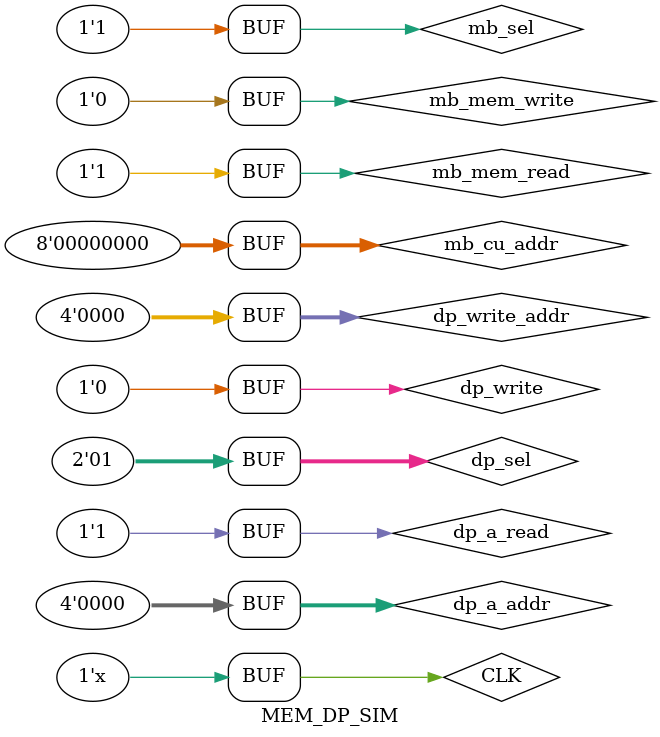
<source format=v>
`timescale 1ns / 1ps


module MEM_DP_SIM();

reg CLK;
initial CLK = 0;
always #5 CLK = ~CLK;


//FOR MEMORY
reg mb_sel;

reg [7:0]   mb_pc_addr;
reg [7:0]   mb_cu_addr;

reg mb_mem_read;
reg mb_mem_write;

wire [15:0] mb_data_out;

//FOR DATAPATH

reg [7:0] dp_imm;
reg [1:0] dp_sel;

reg [3:0]   dp_write_addr;
reg         dp_write;

reg [3:0]   dp_a_addr;
reg         dp_a_read;

reg [3:0]   dp_b_addr;
reg         dp_b_read;

reg [3:0]   dp_alu_sel;

wire [15:0] dp_a_data;
wire        dp_zf_flag;
wire [15:0] dp_alu_out;

MEMORY MEM(
.CLK100MHZ  (CLK),

.cu_mux_sel (mb_sel),
.pc_addr    (mb_pc_addr),
.cu_addr    (mb_cu_addr),

.mb_data_in (dp_a_data),

.cu_read    (mb_mem_read),
.cu_write   (mb_mem_write),

.mb_data_out(mb_data_out)
);



DATAPATH DP(
.CLK100MHZ      (CLK),

.mem_info       (mb_data_out),

.cu_imm         (dp_imm),
.cu_sel         (dp_sel),

.cu_write_addr  (dp_write_addr),
.cu_write       (dp_write),

.cu_a_addr      (dp_a_addr),
.cu_a_read      (dp_a_read),

.cu_b_addr      (dp_b_addr),
.cu_b_read      (dp_b_read),

.cu_alu_sel     (dp_alu_sel),

.dp_a_data      (dp_a_data),
.dp_zf_flag     (dp_zf_flag),
.dp_alu_out     (dp_alu_out)
);


initial begin
mb_cu_addr = 8'hFF;     //Output contents of memory
mb_sel = 1'b1;
mb_mem_read = 1'b1;

#10;
dp_sel = 1'b1;          //Select mux in datapath

dp_write_addr = 4'h0;
dp_write = 1'b1;        //Write memory contents to reg 0

#10;
mb_mem_read = 1'b0;     //After writing to register, turn off mem_read and dp_write
dp_write = 1'b0;

dp_a_addr = 4'h0;       ////Read register 0 to output back to memory
dp_a_read = 1'b1;

#10;
mb_cu_addr = 8'h00;     //Write back to address 0 of memory
mb_sel = 1'b1;

mb_mem_write = 1'b1;    //Initialize write
#10 mb_mem_write = 1'b0;

mb_mem_read = 1'b1;     //Read back memory!

end
endmodule

</source>
